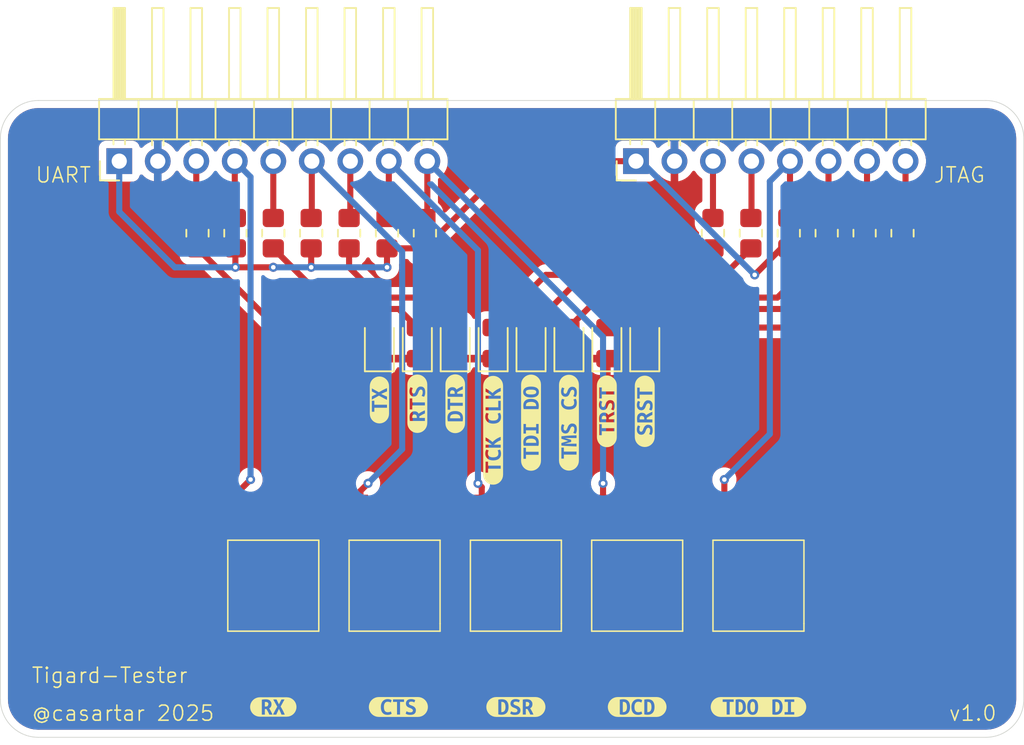
<source format=kicad_pcb>
(kicad_pcb (version 20241229) (generator "pcbnew") (generator_version "9.0")
  (layers (0 "F.Cu" signal) (2 "B.Cu" signal) (13 "F.Paste" user) (15 "B.Paste" user) (5 "F.SilkS" user "F.Silkscreen") (7 "B.SilkS" user "B.Silkscreen") (1 "F.Mask" user) (3 "B.Mask" user) (25 "Edge.Cuts" user))
  (net 0 "")
  (net 1 "GND")
  (net 2 "Net-(D1-A)")
  (net 3 "Net-(D2-A)")
  (net 4 "Net-(D3-A)")
  (net 5 "Net-(D4-A)")
  (net 6 "Net-(D5-A)")
  (net 7 "Net-(D6-A)")
  (net 8 "Net-(D7-A)")
  (net 9 "Net-(D8-A)")
  (net 10 "/DTR")
  (net 11 "/TX")
  (net 12 "/DCD")
  (net 13 "/RX")
  (net 14 "VCC")
  (net 15 "/CTS")
  (net 16 "/RTS")
  (net 17 "/DSR")
  (net 18 "/TCK_CLK")
  (net 19 "/TMS_CS")
  (net 20 "/TDO_DI")
  (net 21 "/SRST")
  (net 22 "/TRST")
  (net 23 "/TDI_DO")
  (footprint "kibuzzard-686248FB" (layer "F.Cu") (at 126.25 140)
    (property "Reference" "kibuzzard-686248FB" (hide yes))
    (property "Value" "G***" (hide yes))
  )
  (footprint "LED_SMD:LED_0805_2012Metric_Pad1.15x1.40mm_HandSolder" (layer "F.Cu") (at 125 116 90)
    (property "Reference" "D1" (hide yes))
    (property "Value" "LED")
    (pad "1" smd roundrect (at -1.025 0 90) (size 1.15 1.4) (layers "F.Cu" "F.Mask" "F.Paste") (roundrect_rratio 0.217391) (net 1 "GND"))
    (pad "2" smd roundrect (at 1.025 0 90) (size 1.15 1.4) (layers "F.Cu" "F.Mask" "F.Paste") (roundrect_rratio 0.217391) (net 2 "Net-(D1-A)"))
  )
  (footprint "LED_SMD:LED_0805_2012Metric_Pad1.15x1.40mm_HandSolder" (layer "F.Cu") (at 130 116 90)
    (property "Reference" "D3" (hide yes))
    (property "Value" "LED")
    (pad "1" smd roundrect (at -1.025 0 90) (size 1.15 1.4) (layers "F.Cu" "F.Mask" "F.Paste") (roundrect_rratio 0.217391) (net 1 "GND"))
    (pad "2" smd roundrect (at 1.025 0 90) (size 1.15 1.4) (layers "F.Cu" "F.Mask" "F.Paste") (roundrect_rratio 0.217391) (net 4 "Net-(D3-A)"))
  )
  (footprint "LED_SMD:LED_0805_2012Metric_Pad1.15x1.40mm_HandSolder" (layer "F.Cu") (at 137.5 116 90)
    (property "Reference" "D6" (hide yes))
    (property "Value" "LED")
    (pad "1" smd roundrect (at -1.025 0 90) (size 1.15 1.4) (layers "F.Cu" "F.Mask" "F.Paste") (roundrect_rratio 0.217391) (net 1 "GND"))
    (pad "2" smd roundrect (at 1.025 0 90) (size 1.15 1.4) (layers "F.Cu" "F.Mask" "F.Paste") (roundrect_rratio 0.217391) (net 7 "Net-(D6-A)"))
  )
  (footprint "kibuzzard-686248AA" (layer "F.Cu") (at 142.5 120.5 90)
    (property "Reference" "kibuzzard-686248AA" (hide yes))
    (property "Value" "G***" (hide yes))
  )
  (footprint "Resistor_SMD:R_0805_2012Metric_Pad1.20x1.40mm_HandSolder" (layer "F.Cu") (at 123 108.75 -90)
    (property "Reference" "R3" (hide yes))
    (property "Value" "1k")
    (pad "1" smd roundrect (at -1 0 270) (size 1.2 1.4) (layers "F.Cu" "F.Mask" "F.Paste") (roundrect_rratio 0.208333) (net 10 "/DTR"))
    (pad "2" smd roundrect (at 1 0 270) (size 1.2 1.4) (layers "F.Cu" "F.Mask" "F.Paste") (roundrect_rratio 0.208333) (net 4 "Net-(D3-A)"))
  )
  (footprint "LED_SMD:LED_0805_2012Metric_Pad1.15x1.40mm_HandSolder" (layer "F.Cu") (at 127.5 116 90)
    (property "Reference" "D2" (hide yes))
    (property "Value" "LED")
    (pad "1" smd roundrect (at -1.025 0 90) (size 1.15 1.4) (layers "F.Cu" "F.Mask" "F.Paste") (roundrect_rratio 0.217391) (net 1 "GND"))
    (pad "2" smd roundrect (at 1.025 0 90) (size 1.15 1.4) (layers "F.Cu" "F.Mask" "F.Paste") (roundrect_rratio 0.217391) (net 3 "Net-(D2-A)"))
  )
  (footprint "Resistor_SMD:R_0805_2012Metric_Pad1.20x1.40mm_HandSolder" (layer "F.Cu") (at 147 108.75 -90)
    (property "Reference" "R4" (hide yes))
    (property "Value" "1k")
    (pad "1" smd roundrect (at -1 0 270) (size 1.2 1.4) (layers "F.Cu" "F.Mask" "F.Paste") (roundrect_rratio 0.208333) (net 18 "/TCK_CLK"))
    (pad "2" smd roundrect (at 1 0 270) (size 1.2 1.4) (layers "F.Cu" "F.Mask" "F.Paste") (roundrect_rratio 0.208333) (net 5 "Net-(D4-A)"))
  )
  (footprint "Resistor_SMD:R_0805_2012Metric_Pad1.20x1.40mm_HandSolder" (layer "F.Cu") (at 152 108.75 90)
    (property "Reference" "R17" (hide yes))
    (property "Value" "10k")
    (pad "1" smd roundrect (at -1 0 90) (size 1.2 1.4) (layers "F.Cu" "F.Mask" "F.Paste") (roundrect_rratio 0.208333) (net 14 "VCC"))
    (pad "2" smd roundrect (at 1 0 90) (size 1.2 1.4) (layers "F.Cu" "F.Mask" "F.Paste") (roundrect_rratio 0.208333) (net 20 "/TDO_DI"))
  )
  (footprint "Resistor_SMD:R_0805_2012Metric_Pad1.20x1.40mm_HandSolder" (layer "F.Cu") (at 159.5 108.75 -90)
    (property "Reference" "R8" (hide yes))
    (property "Value" "1k")
    (pad "1" smd roundrect (at -1 0 270) (size 1.2 1.4) (layers "F.Cu" "F.Mask" "F.Paste") (roundrect_rratio 0.208333) (net 21 "/SRST"))
    (pad "2" smd roundrect (at 1 0 270) (size 1.2 1.4) (layers "F.Cu" "F.Mask" "F.Paste") (roundrect_rratio 0.208333) (net 9 "Net-(D8-A)"))
  )
  (footprint "Resistor_SMD:R_0805_2012Metric_Pad1.20x1.40mm_HandSolder" (layer "F.Cu") (at 120.5 108.75 90)
    (property "Reference" "R14" (hide yes))
    (property "Value" "10k")
    (pad "1" smd roundrect (at -1 0 90) (size 1.2 1.4) (layers "F.Cu" "F.Mask" "F.Paste") (roundrect_rratio 0.208333) (net 14 "VCC"))
    (pad "2" smd roundrect (at 1 0 90) (size 1.2 1.4) (layers "F.Cu" "F.Mask" "F.Paste") (roundrect_rratio 0.208333) (net 15 "/CTS"))
  )
  (footprint "LED_SMD:LED_0805_2012Metric_Pad1.15x1.40mm_HandSolder" (layer "F.Cu") (at 135 116 90)
    (property "Reference" "D5" (hide yes))
    (property "Value" "LED")
    (pad "1" smd roundrect (at -1.025 0 90) (size 1.15 1.4) (layers "F.Cu" "F.Mask" "F.Paste") (roundrect_rratio 0.217391) (net 1 "GND"))
    (pad "2" smd roundrect (at 1.025 0 90) (size 1.15 1.4) (layers "F.Cu" "F.Mask" "F.Paste") (roundrect_rratio 0.217391) (net 6 "Net-(D5-A)"))
  )
  (footprint "Resistor_SMD:R_0805_2012Metric_Pad1.20x1.40mm_HandSolder" (layer "F.Cu") (at 154.5 108.75 -90)
    (property "Reference" "R6" (hide yes))
    (property "Value" "1k")
    (pad "1" smd roundrect (at -1 0 270) (size 1.2 1.4) (layers "F.Cu" "F.Mask" "F.Paste") (roundrect_rratio 0.208333) (net 19 "/TMS_CS"))
    (pad "2" smd roundrect (at 1 0 270) (size 1.2 1.4) (layers "F.Cu" "F.Mask" "F.Paste") (roundrect_rratio 0.208333) (net 7 "Net-(D6-A)"))
  )
  (footprint "Resistor_SMD:R_0805_2012Metric_Pad1.20x1.40mm_HandSolder" (layer "F.Cu") (at 118 108.75 -90)
    (property "Reference" "R2" (hide yes))
    (property "Value" "1k")
    (pad "1" smd roundrect (at -1 0 270) (size 1.2 1.4) (layers "F.Cu" "F.Mask" "F.Paste") (roundrect_rratio 0.208333) (net 16 "/RTS"))
    (pad "2" smd roundrect (at 1 0 270) (size 1.2 1.4) (layers "F.Cu" "F.Mask" "F.Paste") (roundrect_rratio 0.208333) (net 3 "Net-(D2-A)"))
  )
  (footprint "kibuzzard-68624870" (layer "F.Cu") (at 135 121.25 90)
    (property "Reference" "kibuzzard-68624870" (hide yes))
    (property "Value" "G***" (hide yes))
  )
  (footprint "LED_SMD:LED_0805_2012Metric_Pad1.15x1.40mm_HandSolder" (layer "F.Cu") (at 142.5 116 90)
    (property "Reference" "D8" (hide yes))
    (property "Value" "LED")
    (pad "1" smd roundrect (at -1.025 0 90) (size 1.15 1.4) (layers "F.Cu" "F.Mask" "F.Paste") (roundrect_rratio 0.217391) (net 1 "GND"))
    (pad "2" smd roundrect (at 1.025 0 90) (size 1.15 1.4) (layers "F.Cu" "F.Mask" "F.Paste") (roundrect_rratio 0.217391) (net 9 "Net-(D8-A)"))
  )
  (footprint "LED_SMD:LED_0805_2012Metric_Pad1.15x1.40mm_HandSolder" (layer "F.Cu") (at 132.5 116 90)
    (property "Reference" "D4" (hide yes))
    (property "Value" "LED")
    (pad "1" smd roundrect (at -1.025 0 90) (size 1.15 1.4) (layers "F.Cu" "F.Mask" "F.Paste") (roundrect_rratio 0.217391) (net 1 "GND"))
    (pad "2" smd roundrect (at 1.025 0 90) (size 1.15 1.4) (layers "F.Cu" "F.Mask" "F.Paste") (roundrect_rratio 0.217391) (net 5 "Net-(D4-A)"))
  )
  (footprint "KH-6X6X6H-STM:KH-6X6X6H-STM" (layer "F.Cu") (at 126 132 90)
    (property "Reference" "SW1" (hide yes))
    (property "Value" "SW_MEC_5E")
    (pad "1" smd rect (at -5 -2.25 90) (size 2 1) (layers "F.Cu" "F.Mask" "F.Paste") (net 15 "/CTS"))
    (pad "2" smd rect (at 5 -2.25 90) (size 2 1) (layers "F.Cu" "F.Mask" "F.Paste") (net 15 "/CTS"))
    (pad "3" smd rect (at -5 2.25 90) (size 2 1) (layers "F.Cu" "F.Mask" "F.Paste") (net 1 "GND"))
    (pad "4" smd rect (at 5 2.25 90) (size 2 1) (layers "F.Cu" "F.Mask" "F.Paste") (net 1 "GND"))
  )
  (footprint "Connector_PinHeader_2.54mm:PinHeader_1x09_P2.54mm_Horizontal" (layer "F.Cu") (at 107.84 104 90)
    (property "Reference" "J1" (hide yes))
    (property "Value" "Conn_01x09_Pin")
    (pad "1" thru_hole rect (at 0 0 90) (size 1.7 1.7) (drill 1) (layers "*.Cu" "*.Mask") (net 14 "VCC"))
    (pad "2" thru_hole oval (at 0 2.54 90) (size 1.7 1.7) (drill 1) (layers "*.Cu" "*.Mask") (net 1 "GND"))
    (pad "3" thru_hole oval (at 0 5.08 90) (size 1.7 1.7) (drill 1) (layers "*.Cu" "*.Mask") (net 11 "/TX"))
    (pad "4" thru_hole oval (at 0 7.62 90) (size 1.7 1.7) (drill 1) (layers "*.Cu" "*.Mask") (net 13 "/RX"))
    (pad "5" thru_hole oval (at 0 10.16 90) (size 1.7 1.7) (drill 1) (layers "*.Cu" "*.Mask") (net 16 "/RTS"))
    (pad "6" thru_hole oval (at 0 12.7 90) (size 1.7 1.7) (drill 1) (layers "*.Cu" "*.Mask") (net 15 "/CTS"))
    (pad "7" thru_hole oval (at 0 15.24 90) (size 1.7 1.7) (drill 1) (layers "*.Cu" "*.Mask") (net 10 "/DTR"))
    (pad "8" thru_hole oval (at 0 17.78 90) (size 1.7 1.7) (drill 1) (layers "*.Cu" "*.Mask") (net 17 "/DSR"))
    (pad "9" thru_hole oval (at 0 20.32 90) (size 1.7 1.7) (drill 1) (layers "*.Cu" "*.Mask") (net 12 "/DCD"))
  )
  (footprint "kibuzzard-686248A1" (layer "F.Cu") (at 140 120.5 90)
    (property "Reference" "kibuzzard-686248A1" (hide yes))
    (property "Value" "G***" (hide yes))
  )
  (footprint "LED_SMD:LED_0805_2012Metric_Pad1.15x1.40mm_HandSolder" (layer "F.Cu") (at 140 116 90)
    (property "Reference" "D7" (hide yes))
    (property "Value" "LED")
    (pad "1" smd roundrect (at -1.025 0 90) (size 1.15 1.4) (layers "F.Cu" "F.Mask" "F.Paste") (roundrect_rratio 0.217391) (net 1 "GND"))
    (pad "2" smd roundrect (at 1.025 0 90) (size 1.15 1.4) (layers "F.Cu" "F.Mask" "F.Paste") (roundrect_rratio 0.217391) (net 8 "Net-(D7-A)"))
  )
  (footprint "kibuzzard-686248CF" (layer "F.Cu") (at 130 120 90)
    (property "Reference" "kibuzzard-686248CF" (hide yes))
    (property "Value" "G***" (hide yes))
  )
  (footprint "kibuzzard-68624879" (layer "F.Cu") (at 132.5 121.75 90)
    (property "Reference" "kibuzzard-68624879" (hide yes))
    (property "Value" "G***" (hide yes))
  )
  (footprint "Resistor_SMD:R_0805_2012Metric_Pad1.20x1.40mm_HandSolder" (layer "F.Cu") (at 149.5 108.75 -90)
    (property "Reference" "R5" (hide yes))
    (property "Value" "1k")
    (pad "1" smd roundrect (at -1 0 270) (size 1.2 1.4) (layers "F.Cu" "F.Mask" "F.Paste") (roundrect_rratio 0.208333) (net 23 "/TDI_DO"))
    (pad "2" smd roundrect (at 1 0 270) (size 1.2 1.4) (layers "F.Cu" "F.Mask" "F.Paste") (roundrect_rratio 0.208333) (net 6 "Net-(D5-A)"))
  )
  (footprint "kibuzzard-68624893" (layer "F.Cu") (at 137.5 121.25 90)
    (property "Reference" "kibuzzard-68624893" (hide yes))
    (property "Value" "G***" (hide yes))
  )
  (footprint "KH-6X6X6H-STM:KH-6X6X6H-STM" (layer "F.Cu") (at 150 132 90)
    (property "Reference" "SW4" (hide yes))
    (property "Value" "SW_MEC_5E")
    (pad "1" smd rect (at -5 -2.25 90) (size 2 1) (layers "F.Cu" "F.Mask" "F.Paste") (net 20 "/TDO_DI"))
    (pad "2" smd rect (at 5 -2.25 90) (size 2 1) (layers "F.Cu" "F.Mask" "F.Paste") (net 20 "/TDO_DI"))
    (pad "3" smd rect (at -5 2.25 90) (size 2 1) (layers "F.Cu" "F.Mask" "F.Paste") (net 1 "GND"))
    (pad "4" smd rect (at 5 2.25 90) (size 2 1) (layers "F.Cu" "F.Mask" "F.Paste") (net 1 "GND"))
  )
  (footprint "Resistor_SMD:R_0805_2012Metric_Pad1.20x1.40mm_HandSolder" (layer "F.Cu") (at 113 108.75 -90)
    (property "Reference" "R1" (hide yes))
    (property "Value" "1k")
    (pad "1" smd roundrect (at -1 0 270) (size 1.2 1.4) (layers "F.Cu" "F.Mask" "F.Paste") (roundrect_rratio 0.208333) (net 11 "/TX"))
    (pad "2" smd roundrect (at 1 0 270) (size 1.2 1.4) (layers "F.Cu" "F.Mask" "F.Paste") (roundrect_rratio 0.208333) (net 2 "Net-(D1-A)"))
  )
  (footprint "Resistor_SMD:R_0805_2012Metric_Pad1.20x1.40mm_HandSolder" (layer "F.Cu") (at 125.5 108.75 90)
    (property "Reference" "R15" (hide yes))
    (property "Value" "10k")
    (pad "1" smd roundrect (at -1 0 90) (size 1.2 1.4) (layers "F.Cu" "F.Mask" "F.Paste") (roundrect_rratio 0.208333) (net 14 "VCC"))
    (pad "2" smd roundrect (at 1 0 90) (size 1.2 1.4) (layers "F.Cu" "F.Mask" "F.Paste") (roundrect_rratio 0.208333) (net 17 "/DSR"))
  )
  (footprint "kibuzzard-686248E6" (layer "F.Cu") (at 118 140)
    (property "Reference" "kibuzzard-686248E6" (hide yes))
    (property "Value" "G***" (hide yes))
  )
  (footprint "kibuzzard-686248B5" (layer "F.Cu") (at 125 119.75 90)
    (property "Reference" "kibuzzard-686248B5" (hide yes))
    (property "Value" "G***" (hide yes))
  )
  (footprint "Resistor_SMD:R_0805_2012Metric_Pad1.20x1.40mm_HandSolder" (layer "F.Cu") (at 115.5 108.75 90)
    (property "Reference" "R9" (hide yes))
    (property "Value" "10k")
    (pad "1" smd roundrect (at -1 0 90) (size 1.2 1.4) (layers "F.Cu" "F.Mask" "F.Paste") (roundrect_rratio 0.208333) (net 14 "VCC"))
    (pad "2" smd roundrect (at 1 0 90) (size 1.2 1.4) (layers "F.Cu" "F.Mask" "F.Paste") (roundrect_rratio 0.208333) (net 13 "/RX"))
  )
  (footprint "Resistor_SMD:R_0805_2012Metric_Pad1.20x1.40mm_HandSolder" (layer "F.Cu") (at 128 108.75 90)
    (property "Reference" "R16" (hide yes))
    (property "Value" "10k")
    (pad "1" smd roundrect (at -1 0 90) (size 1.2 1.4) (layers "F.Cu" "F.Mask" "F.Paste") (roundrect_rratio 0.208333) (net 14 "VCC"))
    (pad "2" smd roundrect (at 1 0 90) (size 1.2 1.4) (layers "F.Cu" "F.Mask" "F.Paste") (roundrect_rratio 0.208333) (net 12 "/DCD"))
  )
  (footprint "kibuzzard-68624928" (layer "F.Cu") (at 142 140)
    (property "Reference" "kibuzzard-68624928" (hide yes))
    (property "Value" "G***" (hide yes))
  )
  (footprint "Resistor_SMD:R_0805_2012Metric_Pad1.20x1.40mm_HandSolder" (layer "F.Cu") (at 157 108.75 -90)
    (property "Reference" "R7" (hide yes))
    (property "Value" "1k")
    (pad "1" smd roundrect (at -1 0 270) (size 1.2 1.4) (layers "F.Cu" "F.Mask" "F.Paste") (roundrect_rratio 0.208333) (net 22 "/TRST"))
    (pad "2" smd roundrect (at 1 0 270) (size 1.2 1.4) (layers "F.Cu" "F.Mask" "F.Paste") (roundrect_rratio 0.208333) (net 8 "Net-(D7-A)"))
  )
  (footprint "kibuzzard-686248C0" (layer "F.Cu") (at 127.5 120 90)
    (property "Reference" "kibuzzard-686248C0" (hide yes))
    (property "Value" "G***" (hide yes))
  )
  (footprint "KH-6X6X6H-STM:KH-6X6X6H-STM" (layer "F.Cu") (at 134 132 90)
    (property "Reference" "SW2" (hide yes))
    (property "Value" "SW_MEC_5E")
    (pad "1" smd rect (at -5 -2.25 90) (size 2 1) (layers "F.Cu" "F.Mask" "F.Paste") (net 17 "/DSR"))
    (pad "2" smd rect (at 5 -2.25 90) (size 2 1) (layers "F.Cu" "F.Mask" "F.Paste") (net 17 "/DSR"))
    (pad "3" smd rect (at -5 2.25 90) (size 2 1) (layers "F.Cu" "F.Mask" "F.Paste") (net 1 "GND"))
    (pad "4" smd rect (at 5 2.25 90) (size 2 1) (layers "F.Cu" "F.Mask" "F.Paste") (net 1 "GND"))
  )
  (footprint "kibuzzard-6862493A" (layer "F.Cu") (at 150 140)
    (property "Reference" "kibuzzard-6862493A" (hide yes))
    (property "Value" "G***" (hide yes))
  )
  (footprint "KH-6X6X6H-STM:KH-6X6X6H-STM" (layer "F.Cu") (at 142 132 90)
    (property "Reference" "SW3" (hide yes))
    (property "Value" "SW_MEC_5E")
    (pad "1" smd rect (at -5 -2.25 90) (size 2 1) (layers "F.Cu" "F.Mask" "F.Paste") (net 12 "/DCD"))
    (pad "2" smd rect (at 5 -2.25 90) (size 2 1) (layers "F.Cu" "F.Mask" "F.Paste") (net 12 "/DCD"))
    (pad "3" smd rect (at -5 2.25 90) (size 2 1) (layers "F.Cu" "F.Mask" "F.Paste") (net 1 "GND"))
    (pad "4" smd rect (at 5 2.25 90) (size 2 1) (layers "F.Cu" "F.Mask" "F.Paste") (net 1 "GND"))
  )
  (footprint "kibuzzard-6862490B" (layer "F.Cu") (at 134 140)
    (property "Reference" "kibuzzard-6862490B" (hide yes))
    (property "Value" "G***" (hide yes))
  )
  (footprint "Connector_PinHeader_2.54mm:PinHeader_1x08_P2.54mm_Horizontal" (layer "F.Cu") (at 141.92 104 90)
    (property "Reference" "J2" (hide yes))
    (property "Value" "Conn_01x08_Pin")
    (pad "1" thru_hole rect (at 0 0 90) (size 1.7 1.7) (drill 1) (layers "*.Cu" "*.Mask") (net 14 "VCC"))
    (pad "2" thru_hole oval (at 0 2.54 90) (size 1.7 1.7) (drill 1) (layers "*.Cu" "*.Mask") (net 1 "GND"))
    (pad "3" thru_hole oval (at 0 5.08 90) (size 1.7 1.7) (drill 1) (layers "*.Cu" "*.Mask") (net 18 "/TCK_CLK"))
    (pad "4" thru_hole oval (at 0 7.62 90) (size 1.7 1.7) (drill 1) (layers "*.Cu" "*.Mask") (net 23 "/TDI_DO"))
    (pad "5" thru_hole oval (at 0 10.16 90) (size 1.7 1.7) (drill 1) (layers "*.Cu" "*.Mask") (net 20 "/TDO_DI"))
    (pad "6" thru_hole oval (at 0 12.7 90) (size 1.7 1.7) (drill 1) (layers "*.Cu" "*.Mask") (net 19 "/TMS_CS"))
    (pad "7" thru_hole oval (at 0 15.24 90) (size 1.7 1.7) (drill 1) (layers "*.Cu" "*.Mask") (net 22 "/TRST"))
    (pad "8" thru_hole oval (at 0 17.78 90) (size 1.7 1.7) (drill 1) (layers "*.Cu" "*.Mask") (net 21 "/SRST"))
  )
  (footprint "KH-6X6X6H-STM:KH-6X6X6H-STM" (layer "F.Cu") (at 118 132 90)
    (property "Reference" "SW6" (hide yes))
    (property "Value" "SW_MEC_5E")
    (pad "1" smd rect (at -5 -2.25 90) (size 2 1) (layers "F.Cu" "F.Mask" "F.Paste") (net 13 "/RX"))
    (pad "2" smd rect (at 5 -2.25 90) (size 2 1) (layers "F.Cu" "F.Mask" "F.Paste") (net 13 "/RX"))
    (pad "3" smd rect (at -5 2.25 90) (size 2 1) (layers "F.Cu" "F.Mask" "F.Paste") (net 1 "GND"))
    (pad "4" smd rect (at 5 2.25 90) (size 2 1) (layers "F.Cu" "F.Mask" "F.Paste") (net 1 "GND"))
  )
  (gr_arc (start 167.5 139.5) (mid 166.767767 141.267767) (end 165 142) (stroke (width 0.05)) (layer "Edge.Cuts"))
  (gr_arc (start 100 102.5) (mid 100.732233 100.732233) (end 102.5 100) (stroke (width 0.05)) (layer "Edge.Cuts"))
  (gr_arc (start 165 100) (mid 166.767767 100.732233) (end 167.5 102.5) (stroke (width 0.05)) (layer "Edge.Cuts"))
  (gr_arc (start 102.5 142) (mid 100.732233 141.267767) (end 100 139.5) (stroke (width 0.05)) (layer "Edge.Cuts"))
  (gr_line (start 165 100) (end 102.5 100) (stroke (width 0.05)) (layer "Edge.Cuts"))
  (gr_line (start 102.5 142) (end 165 142) (stroke (width 0.05)) (layer "Edge.Cuts"))
  (gr_line (start 100 139.5) (end 100 102.5) (stroke (width 0.05)) (layer "Edge.Cuts"))
  (gr_line (start 167.5 139.5) (end 167.5 102.5) (stroke (width 0.05)) (layer "Edge.Cuts"))
  (gr_text "JTAG" (at 161.5 105.5 0) (layer "F.SilkS") (effects (font (size 1 1) (thickness 0.1)) (justify left bottom)))
  (gr_text "Tigard-Tester" (at 102 138.5 0) (layer "F.SilkS") (effects (font (size 1 1) (thickness 0.1)) (justify left bottom)))
  (gr_text "@casartar 2025" (at 102 141 0) (layer "F.SilkS") (effects (font (size 1 1) (thickness 0.1)) (justify left bottom)))
  (gr_text "v1.0" (at 162.5 141 0) (layer "F.SilkS") (effects (font (size 1 1) (thickness 0.1)) (justify left bottom)))
  (gr_text "UART" (at 102.25 105.5 0) (layer "F.SilkS") (effects (font (size 1 1) (thickness 0.1)) (justify left bottom)))
  (segment (start 125 114.975) (end 118.225 114.975) (width 0.4) (layer "F.Cu") (net 2))
  (segment (start 118.225 114.975) (end 113 109.75) (width 0.4) (layer "F.Cu") (net 2))
  (segment (start 126.275 113.75) (end 122 113.75) (width 0.4) (layer "F.Cu") (net 3))
  (segment (start 127.5 114.975) (end 126.275 113.75) (width 0.4) (layer "F.Cu") (net 3))
  (segment (start 122 113.75) (end 118 109.75) (width 0.4) (layer "F.Cu") (net 3))
  (segment (start 130 114.975) (end 128.025 113) (width 0.4) (layer "F.Cu") (net 4))
  (segment (start 128.025 113) (end 125 113) (width 0.4) (layer "F.Cu") (net 4))
  (segment (start 123 111) (end 123 109.75) (width 0.4) (layer "F.Cu") (net 4))
  (segment (start 125 113) (end 123 111) (width 0.4) (layer "F.Cu") (net 4))
  (segment (start 135.975 111.5) (end 146 111.5) (width 0.4) (layer "F.Cu") (net 5))
  (segment (start 146 111.5) (end 147 110.5) (width 0.4) (layer "F.Cu") (net 5))
  (segment (start 147 110.5) (end 147 109.75) (width 0.4) (layer "F.Cu") (net 5))
  (segment (start 132.5 114.975) (end 135.975 111.5) (width 0.4) (layer "F.Cu") (net 5))
  (segment (start 147 112.25) (end 149.5 109.75) (width 0.4) (layer "F.Cu") (net 6))
  (segment (start 137.725 112.25) (end 147 112.25) (width 0.4) (layer "F.Cu") (net 6))
  (segment (start 135 114.975) (end 137.725 112.25) (width 0.4) (layer "F.Cu") (net 6))
  (segment (start 137.5 114.975) (end 139.475 113) (width 0.4) (layer "F.Cu") (net 7))
  (segment (start 151.25 113) (end 154.5 109.75) (width 0.4) (layer "F.Cu") (net 7))
  (segment (start 139.475 113) (end 151.25 113) (width 0.4) (layer "F.Cu") (net 7))
  (segment (start 153.25 113.75) (end 157 110) (width 0.4) (layer "F.Cu") (net 8))
  (segment (start 140 114.975) (end 141.225 113.75) (width 0.4) (layer "F.Cu") (net 8))
  (segment (start 141.225 113.75) (end 153.25 113.75) (width 0.4) (layer "F.Cu") (net 8))
  (segment (start 157 110) (end 157 109.75) (width 0.4) (layer "F.Cu") (net 8))
  (segment (start 142.5 114.975) (end 154.275 114.975) (width 0.4) (layer "F.Cu") (net 9))
  (segment (start 154.275 114.975) (end 159.5 109.75) (width 0.4) (layer "F.Cu") (net 9))
  (segment (start 123.08 107.67) (end 123 107.75) (width 0.4) (layer "F.Cu") (net 10))
  (segment (start 123.08 104) (end 123.08 107.67) (width 0.4) (layer "F.Cu") (net 10))
  (segment (start 112.92 104) (end 112.92 107.67) (width 0.4) (layer "F.Cu") (net 11))
  (segment (start 112.92 107.67) (end 113 107.75) (width 0.4) (layer "F.Cu") (net 11))
  (segment (start 128.16 104) (end 128.16 107.59) (width 0.4) (layer "F.Cu") (net 12))
  (segment (start 139.75 127) (end 139.75 125.25) (width 0.4) (layer "F.Cu") (net 12))
  (segment (start 128.16 107.59) (end 128 107.75) (width 0.4) (layer "F.Cu") (net 12))
  (segment (start 139.75 137) (end 139.75 127) (width 0.4) (layer "F.Cu") (net 12))
  (via (at 139.75 125.25) (size 0.6) (drill 0.3) (layers "F.Cu" "B.Cu") (net 12))
  (segment (start 139.75 125.25) (end 139.75 115.59) (width 0.4) (layer "B.Cu") (net 12))
  (segment (start 139.75 115.59) (end 128.16 104) (width 0.4) (layer "B.Cu") (net 12))
  (segment (start 115.46 104) (end 115.46 107.71) (width 0.4) (layer "F.Cu") (net 13))
  (segment (start 115.75 125.75) (end 116.5 125) (width 0.4) (layer "F.Cu") (net 13))
  (segment (start 115.75 137) (end 115.75 127) (width 0.4) (layer "F.Cu") (net 13))
  (segment (start 115.75 127) (end 115.75 125.75) (width 0.4) (layer "F.Cu") (net 13))
  (segment (start 115.46 107.71) (end 115.5 107.75) (width 0.4) (layer "F.Cu") (net 13))
  (via (at 116.5 125) (size 0.6) (drill 0.3) (layers "F.Cu" "B.Cu") (net 13))
  (segment (start 116.5 125) (end 116.5 105.04) (width 0.4) (layer "B.Cu") (net 13))
  (segment (start 116.5 105.04) (end 115.46 104) (width 0.4) (layer "B.Cu") (net 13))
  (segment (start 151.5 109.75) (end 149.75 111.5) (width 0.4) (layer "F.Cu") (net 14))
  (segment (start 125.5 109.75) (end 128 109.75) (width 0.4) (layer "F.Cu") (net 14))
  (segment (start 125.5 111) (end 125.5 109.75) (width 0.4) (layer "F.Cu") (net 14))
  (segment (start 120.5 111) (end 120.5 109.75) (width 0.4) (layer "F.Cu") (net 14))
  (segment (start 133.75 104) (end 128 109.75) (width 0.4) (layer "F.Cu") (net 14))
  (segment (start 115.5 111) (end 118 111) (width 0.4) (layer "F.Cu") (net 14))
  (segment (start 115.5 109.75) (end 115.5 111) (width 0.4) (layer "F.Cu") (net 14))
  (segment (start 141.92 104) (end 133.75 104) (width 0.4) (layer "F.Cu") (net 14))
  (segment (start 152 109.75) (end 151.5 109.75) (width 0.4) (layer "F.Cu") (net 14))
  (via (at 118 111) (size 0.6) (drill 0.3) (layers "F.Cu" "B.Cu") (net 14))
  (via (at 149.75 111.5) (size 0.6) (drill 0.3) (layers "F.Cu" "B.Cu") (net 14))
  (via (at 115.5 111) (size 0.6) (drill 0.3) (layers "F.Cu" "B.Cu") (net 14))
  (via (at 120.5 111) (size 0.6) (drill 0.3) (layers "F.Cu" "B.Cu") (net 14))
  (via (at 125.5 111) (size 0.6) (drill 0.3) (layers "F.Cu" "B.Cu") (net 14))
  (segment (start 118 111) (end 120.5 111) (width 0.4) (layer "B.Cu") (net 14))
  (segment (start 141.92 104) (end 142.25 104) (width 0.4) (layer "B.Cu") (net 14))
  (segment (start 107.84 104) (end 107.84 107.34) (width 0.4) (layer "B.Cu") (net 14))
  (segment (start 107.84 107.34) (end 111.5 111) (width 0.4) (layer "B.Cu") (net 14))
  (segment (start 120.5 111) (end 125.5 111) (width 0.4) (layer "B.Cu") (net 14))
  (segment (start 142.25 104) (end 149.75 111.5) (width 0.4) (layer "B.Cu") (net 14))
  (segment (start 111.5 111) (end 115.5 111) (width 0.4) (layer "B.Cu") (net 14))
  (segment (start 123.75 127) (end 123.75 125.75) (width 0.4) (layer "F.Cu") (net 15))
  (segment (start 120.54 104) (end 120.54 107.71) (width 0.4) (layer "F.Cu") (net 15))
  (segment (start 123.75 137) (end 123.75 127) (width 0.4) (layer "F.Cu") (net 15))
  (segment (start 123.75 125.75) (end 124.25 125.25) (width 0.4) (layer "F.Cu") (net 15))
  (segment (start 120.54 107.71) (end 120.5 107.75) (width 0.4) (layer "F.Cu") (net 15))
  (via (at 124.25 125.25) (size 0.6) (drill 0.3) (layers "F.Cu" "B.Cu") (net 15))
  (segment (start 126.5 123) (end 126.5 109.96) (width 0.4) (layer "B.Cu") (net 15))
  (segment (start 124.25 125.25) (end 126.5 123) (width 0.4) (layer "B.Cu") (net 15))
  (segment (start 126.5 109.96) (end 120.54 104) (width 0.4) (layer "B.Cu") (net 15))
  (segment (start 118 104) (end 118 107.75) (width 0.4) (layer "F.Cu") (net 16))
  (segment (start 131.75 127) (end 131.75 125.5) (width 0.4) (layer "F.Cu") (net 17))
  (segment (start 125.62 107.63) (end 125.5 107.75) (width 0.4) (layer "F.Cu") (net 17))
  (segment (start 125.62 104) (end 125.62 107.63) (width 0.4) (layer "F.Cu") (net 17))
  (segment (start 131.75 125.5) (end 131.5 125.25) (width 0.4) (layer "F.Cu") (net 17))
  (segment (start 131.75 137) (end 131.75 127) (width 0.4) (layer "F.Cu") (net 17))
  (via (at 131.5 125.25) (size 0.6) (drill 0.3) (layers "F.Cu" "B.Cu") (net 17))
  (segment (start 131.5 109.88) (end 125.62 104) (width 0.4) (layer "B.Cu") (net 17))
  (segment (start 131.5 125.25) (end 131.5 109.88) (width 0.4) (layer "B.Cu") (net 17))
  (segment (start 147 104) (end 147 107.75) (width 0.4) (layer "F.Cu") (net 18))
  (segment (start 154.62 107.63) (end 154.5 107.75) (width 0.4) (layer "F.Cu") (net 19))
  (segment (start 154.62 104) (end 154.62 107.63) (width 0.4) (layer "F.Cu") (net 19))
  (segment (start 152.08 104) (end 152.08 107.67) (width 0.4) (layer "F.Cu") (net 20))
  (segment (start 147.75 127) (end 147.75 125) (width 0.4) (layer "F.Cu") (net 20))
  (segment (start 152.08 107.67) (end 152 107.75) (width 0.4) (layer "F.Cu") (net 20))
  (segment (start 147.75 137) (end 147.75 127) (width 0.4) (layer "F.Cu") (net 20))
  (via (at 147.75 125) (size 0.6) (drill 0.3) (layers "F.Cu" "B.Cu") (net 20))
  (segment (start 150.75 122) (end 150.75 105.33) (width 0.4) (layer "B.Cu") (net 20))
  (segment (start 147.75 125) (end 150.75 122) (width 0.4) (layer "B.Cu") (net 20))
  (segment (start 150.75 105.33) (end 152.08 104) (width 0.4) (layer "B.Cu") (net 20))
  (segment (start 159.7 107.55) (end 159.5 107.75) (width 0.4) (layer "F.Cu") (net 21))
  (segment (start 159.7 104) (end 159.7 107.55) (width 0.4) (layer "F.Cu") (net 21))
  (segment (start 157.16 104) (end 157.16 107.59) (width 0.4) (layer "F.Cu") (net 22))
  (segment (start 157.16 107.59) (end 157 107.75) (width 0.4) (layer "F.Cu") (net 22))
  (segment (start 149.54 107.71) (end 149.5 107.75) (width 0.4) (layer "F.Cu") (net 23))
  (segment (start 149.54 104) (end 149.54 107.71) (width 0.4) (layer "F.Cu") (net 23))
  (zone (net 1) (net_name "GND") (layers "F.Cu" "B.Cu") (connect_pads (clearance 0.5)) (min_thickness 0.25) (fill yes (thermal_gap 0.5) (thermal_bridge_width 0.5))
    (polygon (pts (xy 100 100) (xy 100 142.5) (xy 167.5 142.5) (xy 167.5 100)))
  )
)
</source>
